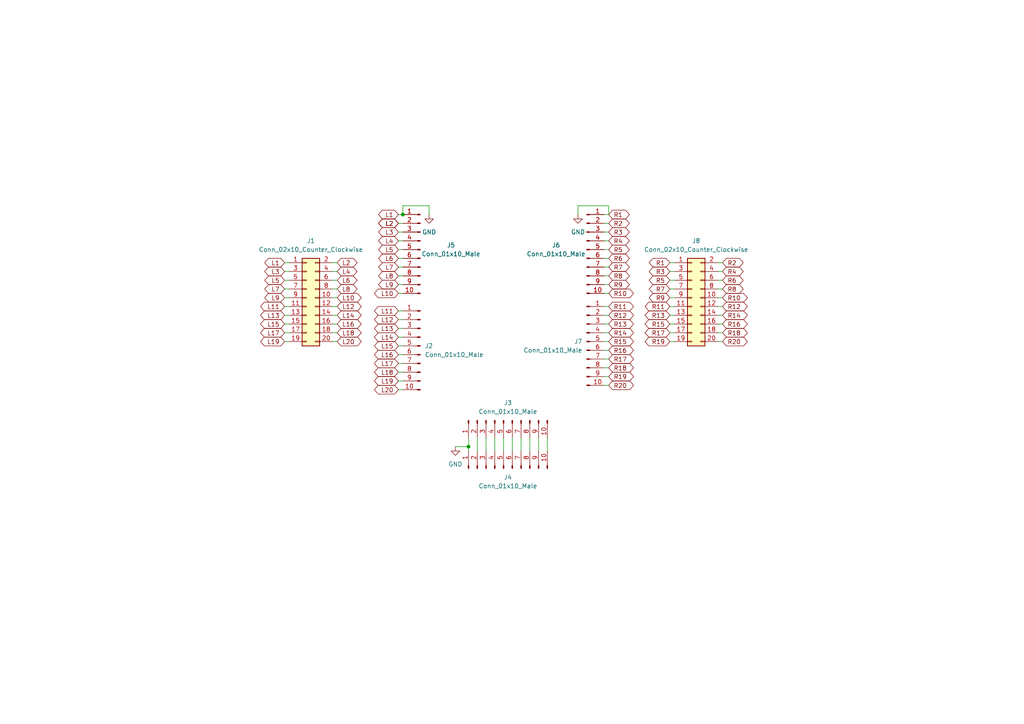
<source format=kicad_sch>
(kicad_sch (version 20250114) (generator "eeschema") (generator_version "9.0")
  (paper "A4")
  (title_block (title "MEMS Breakout W50") (date "2022-11-10") (rev "0") (company "Berkeley Autonomous Microsystems Lab") (comment 1 "Daniel Lovell"))
  (lib_symbols
    (symbol "Connector:Conn_01x10_Male" (pin_names (offset 1.016) (hide yes))
      (property "Reference" "J" (at 0 12.7 0))
      (property "Value" "Conn_01x10_Male" (at 0 -15.24 0))
      (symbol "Conn_01x10_Male_1_1"
        (rectangle (start 0.8636 10.287) (end 0 10.033) (stroke (width 0.1524)) (fill (type outline)))
        (rectangle (start 0.8636 7.747) (end 0 7.493) (stroke (width 0.1524)) (fill (type outline)))
        (rectangle (start 0.8636 5.207) (end 0 4.953) (stroke (width 0.1524)) (fill (type outline)))
        (rectangle (start 0.8636 2.667) (end 0 2.413) (stroke (width 0.1524)) (fill (type outline)))
        (rectangle (start 0.8636 0.127) (end 0 -0.127) (stroke (width 0.1524)) (fill (type outline)))
        (rectangle (start 0.8636 -2.413) (end 0 -2.667) (stroke (width 0.1524)) (fill (type outline)))
        (rectangle (start 0.8636 -4.953) (end 0 -5.207) (stroke (width 0.1524)) (fill (type outline)))
        (rectangle (start 0.8636 -7.493) (end 0 -7.747) (stroke (width 0.1524)) (fill (type outline)))
        (rectangle (start 0.8636 -10.033) (end 0 -10.287) (stroke (width 0.1524)) (fill (type outline)))
        (rectangle (start 0.8636 -12.573) (end 0 -12.827) (stroke (width 0.1524)) (fill (type outline)))
        (polyline (pts (xy 1.27 10.16) (xy 0.8636 10.16)) (stroke (width 0.1524)))
        (polyline (pts (xy 1.27 7.62) (xy 0.8636 7.62)) (stroke (width 0.1524)))
        (polyline (pts (xy 1.27 5.08) (xy 0.8636 5.08)) (stroke (width 0.1524)))
        (polyline (pts (xy 1.27 2.54) (xy 0.8636 2.54)) (stroke (width 0.1524)))
        (polyline (pts (xy 1.27 0) (xy 0.8636 0)) (stroke (width 0.1524)))
        (polyline (pts (xy 1.27 -2.54) (xy 0.8636 -2.54)) (stroke (width 0.1524)))
        (polyline (pts (xy 1.27 -5.08) (xy 0.8636 -5.08)) (stroke (width 0.1524)))
        (polyline (pts (xy 1.27 -7.62) (xy 0.8636 -7.62)) (stroke (width 0.1524)))
        (polyline (pts (xy 1.27 -10.16) (xy 0.8636 -10.16)) (stroke (width 0.1524)))
        (polyline (pts (xy 1.27 -12.7) (xy 0.8636 -12.7)) (stroke (width 0.1524)))
        (pin passive line (at 5.08 10.16 180) (length 3.81) (name "Pin_1") (number "1"))
        (pin passive line (at 5.08 7.62 180) (length 3.81) (name "Pin_2") (number "2"))
        (pin passive line (at 5.08 5.08 180) (length 3.81) (name "Pin_3") (number "3"))
        (pin passive line (at 5.08 2.54 180) (length 3.81) (name "Pin_4") (number "4"))
        (pin passive line (at 5.08 0 180) (length 3.81) (name "Pin_5") (number "5"))
        (pin passive line (at 5.08 -2.54 180) (length 3.81) (name "Pin_6") (number "6"))
        (pin passive line (at 5.08 -5.08 180) (length 3.81) (name "Pin_7") (number "7"))
        (pin passive line (at 5.08 -7.62 180) (length 3.81) (name "Pin_8") (number "8"))
        (pin passive line (at 5.08 -10.16 180) (length 3.81) (name "Pin_9") (number "9"))
        (pin passive line (at 5.08 -12.7 180) (length 3.81) (name "Pin_10") (number "10"))
      )
    )
    (symbol "Connector_Generic:Conn_02x10_Odd_Even" (pin_names (offset 1.016) (hide yes))
      (property "Reference" "J" (at 1.27 12.7 0))
      (property "Value" "Conn_02x10_Odd_Even" (at 1.27 -15.24 0))
      (symbol "Conn_02x10_Odd_Even_1_1"
        (rectangle (start -1.27 11.43) (end 3.81 -13.97) (stroke (width 0.254)) (fill (type background)))
        (rectangle (start -1.27 10.287) (end 0 10.033) (stroke (width 0.1524)))
        (rectangle (start -1.27 7.747) (end 0 7.493) (stroke (width 0.1524)))
        (rectangle (start -1.27 5.207) (end 0 4.953) (stroke (width 0.1524)))
        (rectangle (start -1.27 2.667) (end 0 2.413) (stroke (width 0.1524)))
        (rectangle (start -1.27 0.127) (end 0 -0.127) (stroke (width 0.1524)))
        (rectangle (start -1.27 -2.413) (end 0 -2.667) (stroke (width 0.1524)))
        (rectangle (start -1.27 -4.953) (end 0 -5.207) (stroke (width 0.1524)))
        (rectangle (start -1.27 -7.493) (end 0 -7.747) (stroke (width 0.1524)))
        (rectangle (start -1.27 -10.033) (end 0 -10.287) (stroke (width 0.1524)))
        (rectangle (start -1.27 -12.573) (end 0 -12.827) (stroke (width 0.1524)))
        (rectangle (start 3.81 10.287) (end 2.54 10.033) (stroke (width 0.1524)))
        (rectangle (start 3.81 7.747) (end 2.54 7.493) (stroke (width 0.1524)))
        (rectangle (start 3.81 5.207) (end 2.54 4.953) (stroke (width 0.1524)))
        (rectangle (start 3.81 2.667) (end 2.54 2.413) (stroke (width 0.1524)))
        (rectangle (start 3.81 0.127) (end 2.54 -0.127) (stroke (width 0.1524)))
        (rectangle (start 3.81 -2.413) (end 2.54 -2.667) (stroke (width 0.1524)))
        (rectangle (start 3.81 -4.953) (end 2.54 -5.207) (stroke (width 0.1524)))
        (rectangle (start 3.81 -7.493) (end 2.54 -7.747) (stroke (width 0.1524)))
        (rectangle (start 3.81 -10.033) (end 2.54 -10.287) (stroke (width 0.1524)))
        (rectangle (start 3.81 -12.573) (end 2.54 -12.827) (stroke (width 0.1524)))
        (pin passive line (at -5.08 10.16 0) (length 3.81) (name "Pin_1") (number "1"))
        (pin passive line (at -5.08 7.62 0) (length 3.81) (name "Pin_3") (number "3"))
        (pin passive line (at -5.08 5.08 0) (length 3.81) (name "Pin_5") (number "5"))
        (pin passive line (at -5.08 2.54 0) (length 3.81) (name "Pin_7") (number "7"))
        (pin passive line (at -5.08 0 0) (length 3.81) (name "Pin_9") (number "9"))
        (pin passive line (at -5.08 -2.54 0) (length 3.81) (name "Pin_11") (number "11"))
        (pin passive line (at -5.08 -5.08 0) (length 3.81) (name "Pin_13") (number "13"))
        (pin passive line (at -5.08 -7.62 0) (length 3.81) (name "Pin_15") (number "15"))
        (pin passive line (at -5.08 -10.16 0) (length 3.81) (name "Pin_17") (number "17"))
        (pin passive line (at -5.08 -12.7 0) (length 3.81) (name "Pin_19") (number "19"))
        (pin passive line (at 7.62 10.16 180) (length 3.81) (name "Pin_2") (number "2"))
        (pin passive line (at 7.62 7.62 180) (length 3.81) (name "Pin_4") (number "4"))
        (pin passive line (at 7.62 5.08 180) (length 3.81) (name "Pin_6") (number "6"))
        (pin passive line (at 7.62 2.54 180) (length 3.81) (name "Pin_8") (number "8"))
        (pin passive line (at 7.62 0 180) (length 3.81) (name "Pin_10") (number "10"))
        (pin passive line (at 7.62 -2.54 180) (length 3.81) (name "Pin_12") (number "12"))
        (pin passive line (at 7.62 -5.08 180) (length 3.81) (name "Pin_14") (number "14"))
        (pin passive line (at 7.62 -7.62 180) (length 3.81) (name "Pin_16") (number "16"))
        (pin passive line (at 7.62 -10.16 180) (length 3.81) (name "Pin_18") (number "18"))
        (pin passive line (at 7.62 -12.7 180) (length 3.81) (name "Pin_20") (number "20"))
      )
    )
    (symbol "power:GND" (power) (pin_names (offset 0))
      (property "Value" "GND" (at 0 -3.81 0))
      (symbol "GND_0_1"
        (polyline (pts (xy 0 0) (xy 0 -1.27) (xy 1.27 -1.27) (xy 0 -2.54) (xy -1.27 -1.27) (xy 0 -1.27)))
      )
      (symbol "GND_1_1"
        (pin power_in line (at 0 0 270) (length 0) (hide yes) (name "GND") (number "1"))
      )
    )
  )
  (junction (at 135.89 129.54))
  (junction (at 116.84 62.23))
  (wire (pts (xy 194.31 83.82) (xy 195.58 83.82)))
  (wire (pts (xy 153.67 127) (xy 153.67 130.81)))
  (wire (pts (xy 194.31 99.06) (xy 195.58 99.06)))
  (wire (pts (xy 115.57 69.85) (xy 116.84 69.85)))
  (wire (pts (xy 194.31 93.98) (xy 195.58 93.98)))
  (wire (pts (xy 97.79 93.98) (xy 96.52 93.98)))
  (wire (pts (xy 97.79 86.36) (xy 96.52 86.36)))
  (wire (pts (xy 97.79 78.74) (xy 96.52 78.74)))
  (wire (pts (xy 82.55 99.06) (xy 83.82 99.06)))
  (wire (pts (xy 97.79 91.44) (xy 96.52 91.44)))
  (wire (pts (xy 97.79 88.9) (xy 96.52 88.9)))
  (wire (pts (xy 115.57 102.87) (xy 116.84 102.87)))
  (wire (pts (xy 115.57 77.47) (xy 116.84 77.47)))
  (wire (pts (xy 115.57 105.41) (xy 116.84 105.41)))
  (wire (pts (xy 194.31 86.36) (xy 195.58 86.36)))
  (wire (pts (xy 176.53 91.44) (xy 175.26 91.44)))
  (wire (pts (xy 135.89 127) (xy 135.89 129.54)))
  (wire (pts (xy 176.53 67.31) (xy 175.26 67.31)))
  (wire (pts (xy 97.79 83.82) (xy 96.52 83.82)))
  (wire (pts (xy 82.55 91.44) (xy 83.82 91.44)))
  (wire (pts (xy 209.55 93.98) (xy 208.28 93.98)))
  (wire (pts (xy 209.55 99.06) (xy 208.28 99.06)))
  (wire (pts (xy 115.57 72.39) (xy 116.84 72.39)))
  (wire (pts (xy 97.79 81.28) (xy 96.52 81.28)))
  (wire (pts (xy 209.55 91.44) (xy 208.28 91.44)))
  (wire (pts (xy 115.57 110.49) (xy 116.84 110.49)))
  (wire (pts (xy 209.55 81.28) (xy 208.28 81.28)))
  (wire (pts (xy 176.53 101.6) (xy 175.26 101.6)))
  (wire (pts (xy 82.55 83.82) (xy 83.82 83.82)))
  (wire (pts (xy 82.55 93.98) (xy 83.82 93.98)))
  (wire (pts (xy 82.55 88.9) (xy 83.82 88.9)))
  (wire (pts (xy 115.57 95.25) (xy 116.84 95.25)))
  (wire (pts (xy 209.55 76.2) (xy 208.28 76.2)))
  (wire (pts (xy 82.55 81.28) (xy 83.82 81.28)))
  (wire (pts (xy 97.79 99.06) (xy 96.52 99.06)))
  (wire (pts (xy 82.55 76.2) (xy 83.82 76.2)))
  (wire (pts (xy 132.08 129.54) (xy 135.89 129.54)))
  (wire (pts (xy 176.53 109.22) (xy 175.26 109.22)))
  (wire (pts (xy 176.53 104.14) (xy 175.26 104.14)))
  (wire (pts (xy 82.55 96.52) (xy 83.82 96.52)))
  (wire (pts (xy 176.53 77.47) (xy 175.26 77.47)))
  (wire (pts (xy 209.55 78.74) (xy 208.28 78.74)))
  (wire (pts (xy 115.57 92.71) (xy 116.84 92.71)))
  (wire (pts (xy 115.57 82.55) (xy 116.84 82.55)))
  (wire (pts (xy 115.57 80.01) (xy 116.84 80.01)))
  (wire (pts (xy 115.57 90.17) (xy 116.84 90.17)))
  (wire (pts (xy 140.97 127) (xy 140.97 130.81)))
  (wire (pts (xy 194.31 91.44) (xy 195.58 91.44)))
  (wire (pts (xy 146.05 127) (xy 146.05 130.81)))
  (wire (pts (xy 115.57 74.93) (xy 116.84 74.93)))
  (wire (pts (xy 209.55 83.82) (xy 208.28 83.82)))
  (wire (pts (xy 176.53 111.76) (xy 175.26 111.76)))
  (wire (pts (xy 194.31 96.52) (xy 195.58 96.52)))
  (wire (pts (xy 176.53 93.98) (xy 175.26 93.98)))
  (wire (pts (xy 167.64 59.69) (xy 176.53 59.69)))
  (wire (pts (xy 176.53 85.09) (xy 175.26 85.09)))
  (wire (pts (xy 82.55 86.36) (xy 83.82 86.36)))
  (wire (pts (xy 176.53 82.55) (xy 175.26 82.55)))
  (wire (pts (xy 176.53 74.93) (xy 175.26 74.93)))
  (wire (pts (xy 176.53 96.52) (xy 175.26 96.52)))
  (wire (pts (xy 115.57 64.77) (xy 116.84 64.77)))
  (wire (pts (xy 97.79 96.52) (xy 96.52 96.52)))
  (wire (pts (xy 194.31 88.9) (xy 195.58 88.9)))
  (wire (pts (xy 209.55 96.52) (xy 208.28 96.52)))
  (wire (pts (xy 194.31 76.2) (xy 195.58 76.2)))
  (wire (pts (xy 97.79 76.2) (xy 96.52 76.2)))
  (wire (pts (xy 115.57 62.23) (xy 116.84 62.23)))
  (wire (pts (xy 209.55 88.9) (xy 208.28 88.9)))
  (wire (pts (xy 135.89 129.54) (xy 135.89 130.81)))
  (wire (pts (xy 176.53 72.39) (xy 175.26 72.39)))
  (wire (pts (xy 115.57 113.03) (xy 116.84 113.03)))
  (wire (pts (xy 176.53 99.06) (xy 175.26 99.06)))
  (wire (pts (xy 148.59 127) (xy 148.59 130.81)))
  (wire (pts (xy 176.53 64.77) (xy 175.26 64.77)))
  (wire (pts (xy 143.51 127) (xy 143.51 130.81)))
  (wire (pts (xy 176.53 106.68) (xy 175.26 106.68)))
  (wire (pts (xy 194.31 81.28) (xy 195.58 81.28)))
  (wire (pts (xy 138.43 127) (xy 138.43 130.81)))
  (wire (pts (xy 115.57 107.95) (xy 116.84 107.95)))
  (wire (pts (xy 115.57 67.31) (xy 116.84 67.31)))
  (wire (pts (xy 176.53 88.9) (xy 175.26 88.9)))
  (wire (pts (xy 176.53 69.85) (xy 175.26 69.85)))
  (wire (pts (xy 209.55 86.36) (xy 208.28 86.36)))
  (wire (pts (xy 158.75 127) (xy 158.75 130.81)))
  (wire (pts (xy 82.55 78.74) (xy 83.82 78.74)))
  (wire (pts (xy 167.64 62.23) (xy 167.64 59.69)))
  (wire (pts (xy 115.57 85.09) (xy 116.84 85.09)))
  (wire (pts (xy 116.84 62.23) (xy 116.84 59.69)))
  (wire (pts (xy 116.84 59.69) (xy 124.46 59.69)))
  (wire (pts (xy 176.53 59.69) (xy 176.53 62.23)))
  (wire (pts (xy 124.46 59.69) (xy 124.46 62.23)))
  (wire (pts (xy 176.53 80.01) (xy 175.26 80.01)))
  (wire (pts (xy 115.57 100.33) (xy 116.84 100.33)))
  (wire (pts (xy 194.31 78.74) (xy 195.58 78.74)))
  (wire (pts (xy 115.57 97.79) (xy 116.84 97.79)))
  (wire (pts (xy 176.53 62.23) (xy 175.26 62.23)))
  (wire (pts (xy 151.13 127) (xy 151.13 130.81)))
  (wire (pts (xy 156.21 127) (xy 156.21 130.81)))
  (global_label "L6" (shape bidirectional) (at 97.79 81.28 0) (property "Intersheetrefs" "${INTERSHEET_REFS}" (effects (hide yes))))
  (global_label "L17" (shape bidirectional) (at 82.55 96.52 180) (property "Intersheetrefs" "${INTERSHEET_REFS}" (effects (hide yes))))
  (global_label "L15" (shape bidirectional) (at 115.57 100.33 180) (property "Intersheetrefs" "${INTERSHEET_REFS}" (effects (hide yes))))
  (global_label "R9" (shape bidirectional) (at 176.53 82.55 0) (property "Intersheetrefs" "${INTERSHEET_REFS}" (effects (hide yes))))
  (global_label "L9" (shape bidirectional) (at 82.55 86.36 180) (property "Intersheetrefs" "${INTERSHEET_REFS}" (effects (hide yes))))
  (global_label "R12" (shape bidirectional) (at 176.53 91.44 0) (property "Intersheetrefs" "${INTERSHEET_REFS}" (effects (hide yes))))
  (global_label "R10" (shape bidirectional) (at 176.53 85.09 0) (property "Intersheetrefs" "${INTERSHEET_REFS}" (effects (hide yes))))
  (global_label "L18" (shape bidirectional) (at 97.79 96.52 0) (property "Intersheetrefs" "${INTERSHEET_REFS}" (effects (hide yes))))
  (global_label "R17" (shape bidirectional) (at 176.53 104.14 0) (property "Intersheetrefs" "${INTERSHEET_REFS}" (effects (hide yes))))
  (global_label "L6" (shape bidirectional) (at 115.57 74.93 180) (property "Intersheetrefs" "${INTERSHEET_REFS}" (effects (hide yes))))
  (global_label "R5" (shape bidirectional) (at 176.53 72.39 0) (property "Intersheetrefs" "${INTERSHEET_REFS}" (effects (hide yes))))
  (global_label "L8" (shape bidirectional) (at 97.79 83.82 0) (property "Intersheetrefs" "${INTERSHEET_REFS}" (effects (hide yes))))
  (global_label "R20" (shape bidirectional) (at 176.53 111.76 0) (property "Intersheetrefs" "${INTERSHEET_REFS}" (effects (hide yes))))
  (global_label "R18" (shape bidirectional) (at 176.53 106.68 0) (property "Intersheetrefs" "${INTERSHEET_REFS}" (effects (hide yes))))
  (global_label "L10" (shape bidirectional) (at 97.79 86.36 0) (property "Intersheetrefs" "${INTERSHEET_REFS}" (effects (hide yes))))
  (global_label "R11" (shape bidirectional) (at 194.31 88.9 180) (property "Intersheetrefs" "${INTERSHEET_REFS}" (effects (hide yes))))
  (global_label "L15" (shape bidirectional) (at 82.55 93.98 180) (property "Intersheetrefs" "${INTERSHEET_REFS}" (effects (hide yes))))
  (global_label "R13" (shape bidirectional) (at 194.31 91.44 180) (property "Intersheetrefs" "${INTERSHEET_REFS}" (effects (hide yes))))
  (global_label "L19" (shape bidirectional) (at 115.57 110.49 180) (property "Intersheetrefs" "${INTERSHEET_REFS}" (effects (hide yes))))
  (global_label "L10" (shape bidirectional) (at 115.57 85.09 180) (property "Intersheetrefs" "${INTERSHEET_REFS}" (effects (hide yes))))
  (global_label "R15" (shape bidirectional) (at 176.53 99.06 0) (property "Intersheetrefs" "${INTERSHEET_REFS}" (effects (hide yes))))
  (global_label "R20" (shape bidirectional) (at 209.55 99.06 0) (property "Intersheetrefs" "${INTERSHEET_REFS}" (effects (hide yes))))
  (global_label "L2" (shape bidirectional) (at 97.79 76.2 0) (property "Intersheetrefs" "${INTERSHEET_REFS}" (effects (hide yes))))
  (global_label "R1" (shape bidirectional) (at 176.53 62.23 0) (property "Intersheetrefs" "${INTERSHEET_REFS}" (effects (hide yes))))
  (global_label "L17" (shape bidirectional) (at 115.57 105.41 180) (property "Intersheetrefs" "${INTERSHEET_REFS}" (effects (hide yes))))
  (global_label "L14" (shape bidirectional) (at 115.57 97.79 180) (property "Intersheetrefs" "${INTERSHEET_REFS}" (effects (hide yes))))
  (global_label "R14" (shape bidirectional) (at 209.55 91.44 0) (property "Intersheetrefs" "${INTERSHEET_REFS}" (effects (hide yes))))
  (global_label "R5" (shape bidirectional) (at 194.31 81.28 180) (property "Intersheetrefs" "${INTERSHEET_REFS}" (effects (hide yes))))
  (global_label "R2" (shape bidirectional) (at 176.53 64.77 0) (property "Intersheetrefs" "${INTERSHEET_REFS}" (effects (hide yes))))
  (global_label "L19" (shape bidirectional) (at 82.55 99.06 180) (property "Intersheetrefs" "${INTERSHEET_REFS}" (effects (hide yes))))
  (global_label "R6" (shape bidirectional) (at 176.53 74.93 0) (property "Intersheetrefs" "${INTERSHEET_REFS}" (effects (hide yes))))
  (global_label "L11" (shape bidirectional) (at 82.55 88.9 180) (property "Intersheetrefs" "${INTERSHEET_REFS}" (effects (hide yes))))
  (global_label "L4" (shape bidirectional) (at 115.57 69.85 180) (property "Intersheetrefs" "${INTERSHEET_REFS}" (effects (hide yes))))
  (global_label "R7" (shape bidirectional) (at 176.53 77.47 0) (property "Intersheetrefs" "${INTERSHEET_REFS}" (effects (hide yes))))
  (global_label "L2" (shape bidirectional) (at 115.57 64.77 180) (property "Intersheetrefs" "${INTERSHEET_REFS}" (effects (hide yes))))
  (global_label "R1" (shape bidirectional) (at 194.31 76.2 180) (property "Intersheetrefs" "${INTERSHEET_REFS}" (effects (hide yes))))
  (global_label "R18" (shape bidirectional) (at 209.55 96.52 0) (property "Intersheetrefs" "${INTERSHEET_REFS}" (effects (hide yes))))
  (global_label "R9" (shape bidirectional) (at 194.31 86.36 180) (property "Intersheetrefs" "${INTERSHEET_REFS}" (effects (hide yes))))
  (global_label "R3" (shape bidirectional) (at 194.31 78.74 180) (property "Intersheetrefs" "${INTERSHEET_REFS}" (effects (hide yes))))
  (global_label "R19" (shape bidirectional) (at 194.31 99.06 180) (property "Intersheetrefs" "${INTERSHEET_REFS}" (effects (hide yes))))
  (global_label "L5" (shape bidirectional) (at 115.57 72.39 180) (property "Intersheetrefs" "${INTERSHEET_REFS}" (effects (hide yes))))
  (global_label "R14" (shape bidirectional) (at 176.53 96.52 0) (property "Intersheetrefs" "${INTERSHEET_REFS}" (effects (hide yes))))
  (global_label "L13" (shape bidirectional) (at 115.57 95.25 180) (property "Intersheetrefs" "${INTERSHEET_REFS}" (effects (hide yes))))
  (global_label "R10" (shape bidirectional) (at 209.55 86.36 0) (property "Intersheetrefs" "${INTERSHEET_REFS}" (effects (hide yes))))
  (global_label "L16" (shape bidirectional) (at 115.57 102.87 180) (property "Intersheetrefs" "${INTERSHEET_REFS}" (effects (hide yes))))
  (global_label "L7" (shape bidirectional) (at 115.57 77.47 180) (property "Intersheetrefs" "${INTERSHEET_REFS}" (effects (hide yes))))
  (global_label "L3" (shape bidirectional) (at 82.55 78.74 180) (property "Intersheetrefs" "${INTERSHEET_REFS}" (effects (hide yes))))
  (global_label "L8" (shape bidirectional) (at 115.57 80.01 180) (property "Intersheetrefs" "${INTERSHEET_REFS}" (effects (hide yes))))
  (global_label "R16" (shape bidirectional) (at 209.55 93.98 0) (property "Intersheetrefs" "${INTERSHEET_REFS}" (effects (hide yes))))
  (global_label "L20" (shape bidirectional) (at 97.79 99.06 0) (property "Intersheetrefs" "${INTERSHEET_REFS}" (effects (hide yes))))
  (global_label "R7" (shape bidirectional) (at 194.31 83.82 180) (property "Intersheetrefs" "${INTERSHEET_REFS}" (effects (hide yes))))
  (global_label "R2" (shape bidirectional) (at 209.55 76.2 0) (property "Intersheetrefs" "${INTERSHEET_REFS}" (effects (hide yes))))
  (global_label "L1" (shape bidirectional) (at 82.55 76.2 180) (property "Intersheetrefs" "${INTERSHEET_REFS}" (effects (hide yes))))
  (global_label "L3" (shape bidirectional) (at 115.57 67.31 180) (property "Intersheetrefs" "${INTERSHEET_REFS}" (effects (hide yes))))
  (global_label "L9" (shape bidirectional) (at 115.57 82.55 180) (property "Intersheetrefs" "${INTERSHEET_REFS}" (effects (hide yes))))
  (global_label "R13" (shape bidirectional) (at 176.53 93.98 0) (property "Intersheetrefs" "${INTERSHEET_REFS}" (effects (hide yes))))
  (global_label "L12" (shape bidirectional) (at 115.57 92.71 180) (property "Intersheetrefs" "${INTERSHEET_REFS}" (effects (hide yes))))
  (global_label "R4" (shape bidirectional) (at 209.55 78.74 0) (property "Intersheetrefs" "${INTERSHEET_REFS}" (effects (hide yes))))
  (global_label "R6" (shape bidirectional) (at 209.55 81.28 0) (property "Intersheetrefs" "${INTERSHEET_REFS}" (effects (hide yes))))
  (global_label "L4" (shape bidirectional) (at 97.79 78.74 0) (property "Intersheetrefs" "${INTERSHEET_REFS}" (effects (hide yes))))
  (global_label "R17" (shape bidirectional) (at 194.31 96.52 180) (property "Intersheetrefs" "${INTERSHEET_REFS}" (effects (hide yes))))
  (global_label "R8" (shape bidirectional) (at 209.55 83.82 0) (property "Intersheetrefs" "${INTERSHEET_REFS}" (effects (hide yes))))
  (global_label "R12" (shape bidirectional) (at 209.55 88.9 0) (property "Intersheetrefs" "${INTERSHEET_REFS}" (effects (hide yes))))
  (global_label "L7" (shape bidirectional) (at 82.55 83.82 180) (property "Intersheetrefs" "${INTERSHEET_REFS}" (effects (hide yes))))
  (global_label "R8" (shape bidirectional) (at 176.53 80.01 0) (property "Intersheetrefs" "${INTERSHEET_REFS}" (effects (hide yes))))
  (global_label "R19" (shape bidirectional) (at 176.53 109.22 0) (property "Intersheetrefs" "${INTERSHEET_REFS}" (effects (hide yes))))
  (global_label "L20" (shape bidirectional) (at 115.57 113.03 180) (property "Intersheetrefs" "${INTERSHEET_REFS}" (effects (hide yes))))
  (global_label "L1" (shape bidirectional) (at 115.57 62.23 180) (property "Intersheetrefs" "${INTERSHEET_REFS}" (effects (hide yes))))
  (global_label "R4" (shape bidirectional) (at 176.53 69.85 0) (property "Intersheetrefs" "${INTERSHEET_REFS}" (effects (hide yes))))
  (global_label "R3" (shape bidirectional) (at 176.53 67.31 0) (property "Intersheetrefs" "${INTERSHEET_REFS}" (effects (hide yes))))
  (global_label "L2" (shape bidirectional) (at 115.57 64.77 180) (property "Intersheetrefs" "${INTERSHEET_REFS}" (effects (hide yes))))
  (global_label "L12" (shape bidirectional) (at 97.79 88.9 0) (property "Intersheetrefs" "${INTERSHEET_REFS}" (effects (hide yes))))
  (global_label "L14" (shape bidirectional) (at 97.79 91.44 0) (property "Intersheetrefs" "${INTERSHEET_REFS}" (effects (hide yes))))
  (global_label "L5" (shape bidirectional) (at 82.55 81.28 180) (property "Intersheetrefs" "${INTERSHEET_REFS}" (effects (hide yes))))
  (global_label "R16" (shape bidirectional) (at 176.53 101.6 0) (property "Intersheetrefs" "${INTERSHEET_REFS}" (effects (hide yes))))
  (global_label "L16" (shape bidirectional) (at 97.79 93.98 0) (property "Intersheetrefs" "${INTERSHEET_REFS}" (effects (hide yes))))
  (global_label "L18" (shape bidirectional) (at 115.57 107.95 180) (property "Intersheetrefs" "${INTERSHEET_REFS}" (effects (hide yes))))
  (global_label "L11" (shape bidirectional) (at 115.57 90.17 180) (property "Intersheetrefs" "${INTERSHEET_REFS}" (effects (hide yes))))
  (global_label "R11" (shape bidirectional) (at 176.53 88.9 0) (property "Intersheetrefs" "${INTERSHEET_REFS}" (effects (hide yes))))
  (global_label "L13" (shape bidirectional) (at 82.55 91.44 180) (property "Intersheetrefs" "${INTERSHEET_REFS}" (effects (hide yes))))
  (global_label "R15" (shape bidirectional) (at 194.31 93.98 180) (property "Intersheetrefs" "${INTERSHEET_REFS}" (effects (hide yes))))
  (symbol (lib_id "Connector:Conn_01x10_Male") (at 146.05 121.92 90) (mirror x) (unit 1)
    (property "Reference" "J3" (at 147.32 116.84 90))
    (property "Value" "Conn_01x10_Male" (at 147.32 119.38 90))
    (property "Footprint" "external-libs:wirebondarray-dteal" (effects (hide yes)))
  )
  (symbol (lib_id "Connector:Conn_01x10_Male") (at 146.05 135.89 90) (unit 1)
    (property "Reference" "J4" (at 147.32 138.43 90))
    (property "Value" "Conn_01x10_Male" (at 147.32 140.97 90))
    (property "Footprint" "Connector_PinHeader_2.54mm:PinHeader_1x10_P2.54mm_Vertical" (effects (hide yes)))
  )
  (symbol (lib_id "power:GND") (at 124.46 62.23 0) (unit 1)
    (property "Reference" "#PWR?" (effects (hide yes)))
    (property "Value" "GND" (at 124.46 67.31 0))
  )
  (symbol (lib_id "power:GND") (at 167.64 62.23 0) (unit 1)
    (property "Reference" "#PWR?" (effects (hide yes)))
    (property "Value" "GND" (at 167.64 67.31 0))
  )
  (symbol (lib_id "Connector_Generic:Conn_02x10_Odd_Even") (at 88.9 86.36 0) (unit 1)
    (property "Reference" "J1" (at 90.17 69.85 0))
    (property "Value" "Conn_02x10_Counter_Clockwise" (at 90.17 72.39 0))
    (property "Footprint" "Connector_PinHeader_2.54mm:PinHeader_2x10_P2.54mm_Vertical" (effects (hide yes)))
  )
  (symbol (lib_id "Connector_Generic:Conn_02x10_Odd_Even") (at 200.66 86.36 0) (unit 1)
    (property "Reference" "J8" (at 201.93 69.85 0))
    (property "Value" "Conn_02x10_Counter_Clockwise" (at 201.93 72.39 0))
    (property "Footprint" "Connector_PinHeader_2.54mm:PinHeader_2x10_P2.54mm_Vertical" (effects (hide yes)))
  )
  (symbol (lib_id "power:GND") (at 132.08 129.54 0) (unit 1)
    (property "Reference" "#PWR?" (effects (hide yes)))
    (property "Value" "GND" (at 132.08 134.62 0))
  )
  (symbol (lib_id "Connector:Conn_01x10_Male") (at 121.92 72.39 0) (mirror y) (unit 1)
    (property "Reference" "J5" (at 130.81 71.12 0))
    (property "Value" "Conn_01x10_Male" (at 130.81 73.66 0))
    (property "Footprint" "external-libs:wirebondarray-dteal" (effects (hide yes)))
  )
  (symbol (lib_id "Connector:Conn_01x10_Male") (at 170.18 99.06 0) (unit 1)
    (property "Reference" "J7" (at 168.91 99.0599 0) (effects (justify right)))
    (property "Value" "Conn_01x10_Male" (at 168.91 101.5999 0) (effects (justify right)))
    (property "Footprint" "external-libs:wirebondarray-dteal" (effects (hide yes)))
  )
  (symbol (lib_id "Connector:Conn_01x10_Male") (at 170.18 72.39 0) (unit 1)
    (property "Reference" "J6" (at 161.29 71.12 0))
    (property "Value" "Conn_01x10_Male" (at 161.29 73.66 0))
    (property "Footprint" "external-libs:wirebondarray-dteal" (effects (hide yes)))
  )
  (symbol (lib_id "Connector:Conn_01x10_Male") (at 121.92 100.33 0) (mirror y) (unit 1)
    (property "Reference" "J2" (at 123.19 100.3299 0) (effects (justify right)))
    (property "Value" "Conn_01x10_Male" (at 123.19 102.8699 0) (effects (justify right)))
    (property "Footprint" "external-libs:wirebondarray-dteal" (effects (hide yes)))
  )
)
</source>
